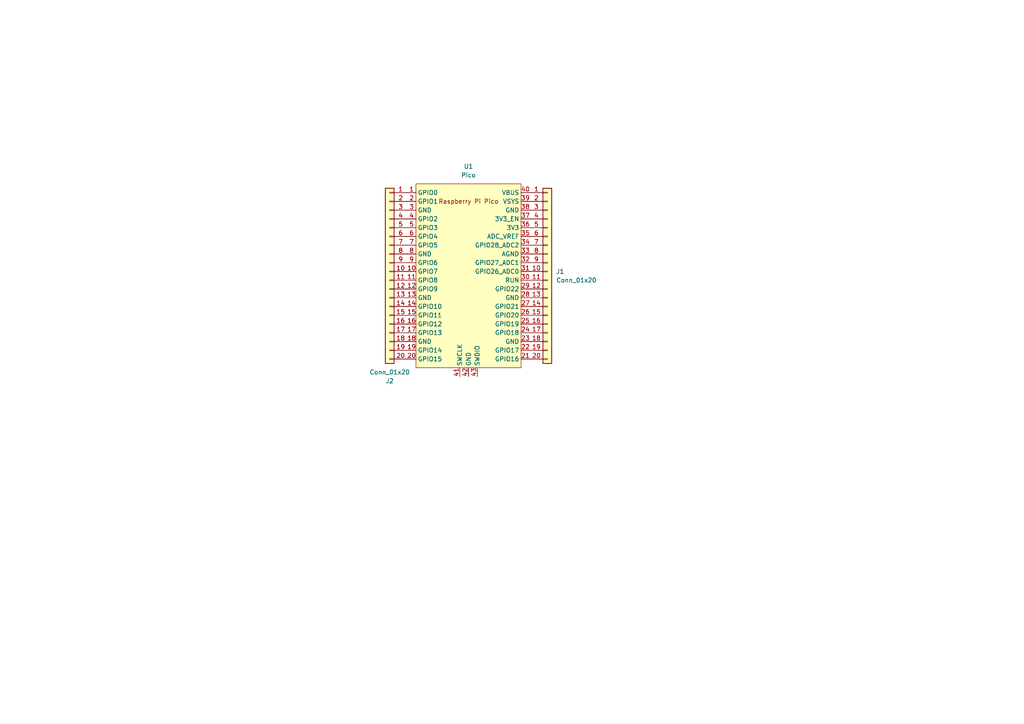
<source format=kicad_sch>
(kicad_sch (version 20230121) (generator eeschema)

  (uuid d425400c-62f1-4bbf-962b-f92b96e86b20)

  (paper "A4")

  (lib_symbols
    (symbol "Connector_Generic:Conn_01x20" (pin_names (offset 1.016) hide) (in_bom yes) (on_board yes)
      (property "Reference" "J" (at 0 25.4 0)
        (effects (font (size 1.27 1.27)))
      )
      (property "Value" "Conn_01x20" (at 0 -27.94 0)
        (effects (font (size 1.27 1.27)))
      )
      (property "Footprint" "" (at 0 0 0)
        (effects (font (size 1.27 1.27)) hide)
      )
      (property "Datasheet" "~" (at 0 0 0)
        (effects (font (size 1.27 1.27)) hide)
      )
      (property "ki_keywords" "connector" (at 0 0 0)
        (effects (font (size 1.27 1.27)) hide)
      )
      (property "ki_description" "Generic connector, single row, 01x20, script generated (kicad-library-utils/schlib/autogen/connector/)" (at 0 0 0)
        (effects (font (size 1.27 1.27)) hide)
      )
      (property "ki_fp_filters" "Connector*:*_1x??_*" (at 0 0 0)
        (effects (font (size 1.27 1.27)) hide)
      )
      (symbol "Conn_01x20_1_1"
        (rectangle (start -1.27 -25.273) (end 0 -25.527)
          (stroke (width 0.1524) (type default))
          (fill (type none))
        )
        (rectangle (start -1.27 -22.733) (end 0 -22.987)
          (stroke (width 0.1524) (type default))
          (fill (type none))
        )
        (rectangle (start -1.27 -20.193) (end 0 -20.447)
          (stroke (width 0.1524) (type default))
          (fill (type none))
        )
        (rectangle (start -1.27 -17.653) (end 0 -17.907)
          (stroke (width 0.1524) (type default))
          (fill (type none))
        )
        (rectangle (start -1.27 -15.113) (end 0 -15.367)
          (stroke (width 0.1524) (type default))
          (fill (type none))
        )
        (rectangle (start -1.27 -12.573) (end 0 -12.827)
          (stroke (width 0.1524) (type default))
          (fill (type none))
        )
        (rectangle (start -1.27 -10.033) (end 0 -10.287)
          (stroke (width 0.1524) (type default))
          (fill (type none))
        )
        (rectangle (start -1.27 -7.493) (end 0 -7.747)
          (stroke (width 0.1524) (type default))
          (fill (type none))
        )
        (rectangle (start -1.27 -4.953) (end 0 -5.207)
          (stroke (width 0.1524) (type default))
          (fill (type none))
        )
        (rectangle (start -1.27 -2.413) (end 0 -2.667)
          (stroke (width 0.1524) (type default))
          (fill (type none))
        )
        (rectangle (start -1.27 0.127) (end 0 -0.127)
          (stroke (width 0.1524) (type default))
          (fill (type none))
        )
        (rectangle (start -1.27 2.667) (end 0 2.413)
          (stroke (width 0.1524) (type default))
          (fill (type none))
        )
        (rectangle (start -1.27 5.207) (end 0 4.953)
          (stroke (width 0.1524) (type default))
          (fill (type none))
        )
        (rectangle (start -1.27 7.747) (end 0 7.493)
          (stroke (width 0.1524) (type default))
          (fill (type none))
        )
        (rectangle (start -1.27 10.287) (end 0 10.033)
          (stroke (width 0.1524) (type default))
          (fill (type none))
        )
        (rectangle (start -1.27 12.827) (end 0 12.573)
          (stroke (width 0.1524) (type default))
          (fill (type none))
        )
        (rectangle (start -1.27 15.367) (end 0 15.113)
          (stroke (width 0.1524) (type default))
          (fill (type none))
        )
        (rectangle (start -1.27 17.907) (end 0 17.653)
          (stroke (width 0.1524) (type default))
          (fill (type none))
        )
        (rectangle (start -1.27 20.447) (end 0 20.193)
          (stroke (width 0.1524) (type default))
          (fill (type none))
        )
        (rectangle (start -1.27 22.987) (end 0 22.733)
          (stroke (width 0.1524) (type default))
          (fill (type none))
        )
        (rectangle (start -1.27 24.13) (end 1.27 -26.67)
          (stroke (width 0.254) (type default))
          (fill (type background))
        )
        (pin passive line (at -5.08 22.86 0) (length 3.81)
          (name "Pin_1" (effects (font (size 1.27 1.27))))
          (number "1" (effects (font (size 1.27 1.27))))
        )
        (pin passive line (at -5.08 0 0) (length 3.81)
          (name "Pin_10" (effects (font (size 1.27 1.27))))
          (number "10" (effects (font (size 1.27 1.27))))
        )
        (pin passive line (at -5.08 -2.54 0) (length 3.81)
          (name "Pin_11" (effects (font (size 1.27 1.27))))
          (number "11" (effects (font (size 1.27 1.27))))
        )
        (pin passive line (at -5.08 -5.08 0) (length 3.81)
          (name "Pin_12" (effects (font (size 1.27 1.27))))
          (number "12" (effects (font (size 1.27 1.27))))
        )
        (pin passive line (at -5.08 -7.62 0) (length 3.81)
          (name "Pin_13" (effects (font (size 1.27 1.27))))
          (number "13" (effects (font (size 1.27 1.27))))
        )
        (pin passive line (at -5.08 -10.16 0) (length 3.81)
          (name "Pin_14" (effects (font (size 1.27 1.27))))
          (number "14" (effects (font (size 1.27 1.27))))
        )
        (pin passive line (at -5.08 -12.7 0) (length 3.81)
          (name "Pin_15" (effects (font (size 1.27 1.27))))
          (number "15" (effects (font (size 1.27 1.27))))
        )
        (pin passive line (at -5.08 -15.24 0) (length 3.81)
          (name "Pin_16" (effects (font (size 1.27 1.27))))
          (number "16" (effects (font (size 1.27 1.27))))
        )
        (pin passive line (at -5.08 -17.78 0) (length 3.81)
          (name "Pin_17" (effects (font (size 1.27 1.27))))
          (number "17" (effects (font (size 1.27 1.27))))
        )
        (pin passive line (at -5.08 -20.32 0) (length 3.81)
          (name "Pin_18" (effects (font (size 1.27 1.27))))
          (number "18" (effects (font (size 1.27 1.27))))
        )
        (pin passive line (at -5.08 -22.86 0) (length 3.81)
          (name "Pin_19" (effects (font (size 1.27 1.27))))
          (number "19" (effects (font (size 1.27 1.27))))
        )
        (pin passive line (at -5.08 20.32 0) (length 3.81)
          (name "Pin_2" (effects (font (size 1.27 1.27))))
          (number "2" (effects (font (size 1.27 1.27))))
        )
        (pin passive line (at -5.08 -25.4 0) (length 3.81)
          (name "Pin_20" (effects (font (size 1.27 1.27))))
          (number "20" (effects (font (size 1.27 1.27))))
        )
        (pin passive line (at -5.08 17.78 0) (length 3.81)
          (name "Pin_3" (effects (font (size 1.27 1.27))))
          (number "3" (effects (font (size 1.27 1.27))))
        )
        (pin passive line (at -5.08 15.24 0) (length 3.81)
          (name "Pin_4" (effects (font (size 1.27 1.27))))
          (number "4" (effects (font (size 1.27 1.27))))
        )
        (pin passive line (at -5.08 12.7 0) (length 3.81)
          (name "Pin_5" (effects (font (size 1.27 1.27))))
          (number "5" (effects (font (size 1.27 1.27))))
        )
        (pin passive line (at -5.08 10.16 0) (length 3.81)
          (name "Pin_6" (effects (font (size 1.27 1.27))))
          (number "6" (effects (font (size 1.27 1.27))))
        )
        (pin passive line (at -5.08 7.62 0) (length 3.81)
          (name "Pin_7" (effects (font (size 1.27 1.27))))
          (number "7" (effects (font (size 1.27 1.27))))
        )
        (pin passive line (at -5.08 5.08 0) (length 3.81)
          (name "Pin_8" (effects (font (size 1.27 1.27))))
          (number "8" (effects (font (size 1.27 1.27))))
        )
        (pin passive line (at -5.08 2.54 0) (length 3.81)
          (name "Pin_9" (effects (font (size 1.27 1.27))))
          (number "9" (effects (font (size 1.27 1.27))))
        )
      )
    )
    (symbol "MCU_RaspberryPi_and_Boards:Pico" (in_bom yes) (on_board yes)
      (property "Reference" "U" (at -13.97 27.94 0)
        (effects (font (size 1.27 1.27)))
      )
      (property "Value" "Pico" (at 0 19.05 0)
        (effects (font (size 1.27 1.27)))
      )
      (property "Footprint" "RPi_Pico:RPi_Pico_SMD_TH" (at 0 0 90)
        (effects (font (size 1.27 1.27)) hide)
      )
      (property "Datasheet" "" (at 0 0 0)
        (effects (font (size 1.27 1.27)) hide)
      )
      (symbol "Pico_0_0"
        (text "Raspberry Pi Pico" (at 0 21.59 0)
          (effects (font (size 1.27 1.27)))
        )
      )
      (symbol "Pico_0_1"
        (rectangle (start -15.24 26.67) (end 15.24 -26.67)
          (stroke (width 0) (type default))
          (fill (type background))
        )
      )
      (symbol "Pico_1_1"
        (pin bidirectional line (at -17.78 24.13 0) (length 2.54)
          (name "GPIO0" (effects (font (size 1.27 1.27))))
          (number "1" (effects (font (size 1.27 1.27))))
        )
        (pin bidirectional line (at -17.78 1.27 0) (length 2.54)
          (name "GPIO7" (effects (font (size 1.27 1.27))))
          (number "10" (effects (font (size 1.27 1.27))))
        )
        (pin bidirectional line (at -17.78 -1.27 0) (length 2.54)
          (name "GPIO8" (effects (font (size 1.27 1.27))))
          (number "11" (effects (font (size 1.27 1.27))))
        )
        (pin bidirectional line (at -17.78 -3.81 0) (length 2.54)
          (name "GPIO9" (effects (font (size 1.27 1.27))))
          (number "12" (effects (font (size 1.27 1.27))))
        )
        (pin power_in line (at -17.78 -6.35 0) (length 2.54)
          (name "GND" (effects (font (size 1.27 1.27))))
          (number "13" (effects (font (size 1.27 1.27))))
        )
        (pin bidirectional line (at -17.78 -8.89 0) (length 2.54)
          (name "GPIO10" (effects (font (size 1.27 1.27))))
          (number "14" (effects (font (size 1.27 1.27))))
        )
        (pin bidirectional line (at -17.78 -11.43 0) (length 2.54)
          (name "GPIO11" (effects (font (size 1.27 1.27))))
          (number "15" (effects (font (size 1.27 1.27))))
        )
        (pin bidirectional line (at -17.78 -13.97 0) (length 2.54)
          (name "GPIO12" (effects (font (size 1.27 1.27))))
          (number "16" (effects (font (size 1.27 1.27))))
        )
        (pin bidirectional line (at -17.78 -16.51 0) (length 2.54)
          (name "GPIO13" (effects (font (size 1.27 1.27))))
          (number "17" (effects (font (size 1.27 1.27))))
        )
        (pin power_in line (at -17.78 -19.05 0) (length 2.54)
          (name "GND" (effects (font (size 1.27 1.27))))
          (number "18" (effects (font (size 1.27 1.27))))
        )
        (pin bidirectional line (at -17.78 -21.59 0) (length 2.54)
          (name "GPIO14" (effects (font (size 1.27 1.27))))
          (number "19" (effects (font (size 1.27 1.27))))
        )
        (pin bidirectional line (at -17.78 21.59 0) (length 2.54)
          (name "GPIO1" (effects (font (size 1.27 1.27))))
          (number "2" (effects (font (size 1.27 1.27))))
        )
        (pin bidirectional line (at -17.78 -24.13 0) (length 2.54)
          (name "GPIO15" (effects (font (size 1.27 1.27))))
          (number "20" (effects (font (size 1.27 1.27))))
        )
        (pin bidirectional line (at 17.78 -24.13 180) (length 2.54)
          (name "GPIO16" (effects (font (size 1.27 1.27))))
          (number "21" (effects (font (size 1.27 1.27))))
        )
        (pin bidirectional line (at 17.78 -21.59 180) (length 2.54)
          (name "GPIO17" (effects (font (size 1.27 1.27))))
          (number "22" (effects (font (size 1.27 1.27))))
        )
        (pin power_in line (at 17.78 -19.05 180) (length 2.54)
          (name "GND" (effects (font (size 1.27 1.27))))
          (number "23" (effects (font (size 1.27 1.27))))
        )
        (pin bidirectional line (at 17.78 -16.51 180) (length 2.54)
          (name "GPIO18" (effects (font (size 1.27 1.27))))
          (number "24" (effects (font (size 1.27 1.27))))
        )
        (pin bidirectional line (at 17.78 -13.97 180) (length 2.54)
          (name "GPIO19" (effects (font (size 1.27 1.27))))
          (number "25" (effects (font (size 1.27 1.27))))
        )
        (pin bidirectional line (at 17.78 -11.43 180) (length 2.54)
          (name "GPIO20" (effects (font (size 1.27 1.27))))
          (number "26" (effects (font (size 1.27 1.27))))
        )
        (pin bidirectional line (at 17.78 -8.89 180) (length 2.54)
          (name "GPIO21" (effects (font (size 1.27 1.27))))
          (number "27" (effects (font (size 1.27 1.27))))
        )
        (pin power_in line (at 17.78 -6.35 180) (length 2.54)
          (name "GND" (effects (font (size 1.27 1.27))))
          (number "28" (effects (font (size 1.27 1.27))))
        )
        (pin bidirectional line (at 17.78 -3.81 180) (length 2.54)
          (name "GPIO22" (effects (font (size 1.27 1.27))))
          (number "29" (effects (font (size 1.27 1.27))))
        )
        (pin power_in line (at -17.78 19.05 0) (length 2.54)
          (name "GND" (effects (font (size 1.27 1.27))))
          (number "3" (effects (font (size 1.27 1.27))))
        )
        (pin input line (at 17.78 -1.27 180) (length 2.54)
          (name "RUN" (effects (font (size 1.27 1.27))))
          (number "30" (effects (font (size 1.27 1.27))))
        )
        (pin bidirectional line (at 17.78 1.27 180) (length 2.54)
          (name "GPIO26_ADC0" (effects (font (size 1.27 1.27))))
          (number "31" (effects (font (size 1.27 1.27))))
        )
        (pin bidirectional line (at 17.78 3.81 180) (length 2.54)
          (name "GPIO27_ADC1" (effects (font (size 1.27 1.27))))
          (number "32" (effects (font (size 1.27 1.27))))
        )
        (pin power_in line (at 17.78 6.35 180) (length 2.54)
          (name "AGND" (effects (font (size 1.27 1.27))))
          (number "33" (effects (font (size 1.27 1.27))))
        )
        (pin bidirectional line (at 17.78 8.89 180) (length 2.54)
          (name "GPIO28_ADC2" (effects (font (size 1.27 1.27))))
          (number "34" (effects (font (size 1.27 1.27))))
        )
        (pin power_in line (at 17.78 11.43 180) (length 2.54)
          (name "ADC_VREF" (effects (font (size 1.27 1.27))))
          (number "35" (effects (font (size 1.27 1.27))))
        )
        (pin power_in line (at 17.78 13.97 180) (length 2.54)
          (name "3V3" (effects (font (size 1.27 1.27))))
          (number "36" (effects (font (size 1.27 1.27))))
        )
        (pin input line (at 17.78 16.51 180) (length 2.54)
          (name "3V3_EN" (effects (font (size 1.27 1.27))))
          (number "37" (effects (font (size 1.27 1.27))))
        )
        (pin bidirectional line (at 17.78 19.05 180) (length 2.54)
          (name "GND" (effects (font (size 1.27 1.27))))
          (number "38" (effects (font (size 1.27 1.27))))
        )
        (pin power_in line (at 17.78 21.59 180) (length 2.54)
          (name "VSYS" (effects (font (size 1.27 1.27))))
          (number "39" (effects (font (size 1.27 1.27))))
        )
        (pin bidirectional line (at -17.78 16.51 0) (length 2.54)
          (name "GPIO2" (effects (font (size 1.27 1.27))))
          (number "4" (effects (font (size 1.27 1.27))))
        )
        (pin power_in line (at 17.78 24.13 180) (length 2.54)
          (name "VBUS" (effects (font (size 1.27 1.27))))
          (number "40" (effects (font (size 1.27 1.27))))
        )
        (pin input line (at -2.54 -29.21 90) (length 2.54)
          (name "SWCLK" (effects (font (size 1.27 1.27))))
          (number "41" (effects (font (size 1.27 1.27))))
        )
        (pin power_in line (at 0 -29.21 90) (length 2.54)
          (name "GND" (effects (font (size 1.27 1.27))))
          (number "42" (effects (font (size 1.27 1.27))))
        )
        (pin bidirectional line (at 2.54 -29.21 90) (length 2.54)
          (name "SWDIO" (effects (font (size 1.27 1.27))))
          (number "43" (effects (font (size 1.27 1.27))))
        )
        (pin bidirectional line (at -17.78 13.97 0) (length 2.54)
          (name "GPIO3" (effects (font (size 1.27 1.27))))
          (number "5" (effects (font (size 1.27 1.27))))
        )
        (pin bidirectional line (at -17.78 11.43 0) (length 2.54)
          (name "GPIO4" (effects (font (size 1.27 1.27))))
          (number "6" (effects (font (size 1.27 1.27))))
        )
        (pin bidirectional line (at -17.78 8.89 0) (length 2.54)
          (name "GPIO5" (effects (font (size 1.27 1.27))))
          (number "7" (effects (font (size 1.27 1.27))))
        )
        (pin power_in line (at -17.78 6.35 0) (length 2.54)
          (name "GND" (effects (font (size 1.27 1.27))))
          (number "8" (effects (font (size 1.27 1.27))))
        )
        (pin bidirectional line (at -17.78 3.81 0) (length 2.54)
          (name "GPIO6" (effects (font (size 1.27 1.27))))
          (number "9" (effects (font (size 1.27 1.27))))
        )
      )
    )
  )


  (symbol (lib_id "MCU_RaspberryPi_and_Boards:Pico") (at 135.89 80.01 0) (unit 1)
    (in_bom yes) (on_board yes) (dnp no) (fields_autoplaced)
    (uuid 290ac551-58cb-485c-b94f-9228a0989849)
    (property "Reference" "U1" (at 135.89 48.26 0)
      (effects (font (size 1.27 1.27)))
    )
    (property "Value" "Pico" (at 135.89 50.8 0)
      (effects (font (size 1.27 1.27)))
    )
    (property "Footprint" "RPi_Pico:RPi_Pico_SMD_TH" (at 135.89 80.01 90)
      (effects (font (size 1.27 1.27)) hide)
    )
    (property "Datasheet" "" (at 135.89 80.01 0)
      (effects (font (size 1.27 1.27)) hide)
    )
    (pin "1" (uuid 7906c32c-0625-4668-9544-f59583f0f974))
    (pin "10" (uuid 1fbfb4e2-b8e4-46ab-87a0-678c1971626b))
    (pin "11" (uuid 310e76f9-08cd-4b87-81b9-380e7b76e955))
    (pin "12" (uuid 11e49cda-523a-4fe6-b370-cc397b4fb236))
    (pin "13" (uuid 6fd6c2a7-fe04-4328-9cb8-c908f59cb9c9))
    (pin "14" (uuid 0e594663-ca17-4a99-b909-99ff91442ac6))
    (pin "15" (uuid 855b7f95-1f5d-48ed-bb88-d3990f15e91f))
    (pin "16" (uuid 8e503031-5dfa-46f2-b316-69c1a207eb75))
    (pin "17" (uuid ca500134-7776-4377-afa6-14802355f240))
    (pin "18" (uuid 58f418c1-3b5d-407c-9735-4aba86c22c2b))
    (pin "19" (uuid 60ec2912-af6c-40b0-b932-a303edd75b1b))
    (pin "2" (uuid 921010f4-80ad-4728-913c-2dc9b95b1bea))
    (pin "20" (uuid fa60a217-16fe-4af6-8137-9ad969a4c382))
    (pin "21" (uuid 9a4e88d7-e73c-4c16-bb26-05827e0d2a03))
    (pin "22" (uuid e810e982-b5b9-4856-afa4-8050db6f90dc))
    (pin "23" (uuid 9a99d08e-5ee6-468c-8cb5-6d25e7ccb086))
    (pin "24" (uuid e34d0a52-a06d-4620-9a12-a11452cdcb3e))
    (pin "25" (uuid a2173247-19b3-42a4-904e-ec171e29c1da))
    (pin "26" (uuid 4b994809-4712-4b76-86ab-c1a89d04b996))
    (pin "27" (uuid 404a1b1d-d3b8-49be-9c3d-c43c76ac1523))
    (pin "28" (uuid 569829e6-af9d-42a8-ad61-449a8aa428d7))
    (pin "29" (uuid 17df27bc-2399-481f-9dc1-35a4d8589293))
    (pin "3" (uuid c8f75ea9-210c-4336-9059-0da8bf1158f8))
    (pin "30" (uuid dd1402af-b415-4fa4-bd1e-ec73ca22502c))
    (pin "31" (uuid dcec4a72-4a61-47e7-9070-824d9fab8d77))
    (pin "32" (uuid 5fc39ec0-c9a4-4306-b113-996cc0d36f8d))
    (pin "33" (uuid 8f473f4b-8fc6-4eb7-8e95-10a07ac84f56))
    (pin "34" (uuid 84fe7704-7c27-4d45-a678-d252166a149c))
    (pin "35" (uuid a2032733-b6e0-423d-b7c5-2a822f21549f))
    (pin "36" (uuid 2c62957e-e98e-46a1-979a-f6f11a402c88))
    (pin "37" (uuid c96e4860-3cd5-4214-8224-39c9de83ebcf))
    (pin "38" (uuid 3ab4371a-3524-487b-bebc-557114a2e295))
    (pin "39" (uuid 04cdd097-e2f1-4cc0-ac5a-0d58a7e89d0e))
    (pin "4" (uuid 5618f365-7a77-43d8-903d-5294402604a8))
    (pin "40" (uuid e38c388f-04d7-48e6-9f24-f792805aeaef))
    (pin "41" (uuid 74e9fadf-1118-4c39-ba60-bc43ec501fbf))
    (pin "42" (uuid 275da3c8-7b7d-4ae9-80d1-26c5b379129e))
    (pin "43" (uuid e320b12b-0079-41f2-9191-affeb739a01c))
    (pin "5" (uuid 72133c80-33a2-4803-9c4b-94dba00b9cf5))
    (pin "6" (uuid 95d4562f-63a9-418f-8639-002ecd91e1ce))
    (pin "7" (uuid fd5a3d06-4e61-4ff0-8ba5-c62db9e877ac))
    (pin "8" (uuid 60b2fbcf-4fd8-4bce-a38c-2ff2c3fc39d4))
    (pin "9" (uuid 7dfc67e5-1b4e-4b3a-b837-5d2458f5d55e))
    (instances
      (project "placa"
        (path "/d425400c-62f1-4bbf-962b-f92b96e86b20"
          (reference "U1") (unit 1)
        )
      )
    )
  )

  (symbol (lib_id "Connector_Generic:Conn_01x20") (at 113.03 78.74 0) (mirror y) (unit 1)
    (in_bom yes) (on_board yes) (dnp no)
    (uuid 4786ec0b-17ec-4204-897b-4d5bd46a035f)
    (property "Reference" "J2" (at 113.03 110.49 0)
      (effects (font (size 1.27 1.27)))
    )
    (property "Value" "Conn_01x20" (at 113.03 107.95 0)
      (effects (font (size 1.27 1.27)))
    )
    (property "Footprint" "Connector_PinHeader_2.54mm:PinHeader_1x20_P2.54mm_Vertical" (at 113.03 78.74 0)
      (effects (font (size 1.27 1.27)) hide)
    )
    (property "Datasheet" "~" (at 113.03 78.74 0)
      (effects (font (size 1.27 1.27)) hide)
    )
    (pin "1" (uuid 2b78167e-1d8c-4476-b2ba-60f92555c2ed))
    (pin "10" (uuid 7732050e-ab1a-47f4-9e8a-14b7f3a269f7))
    (pin "11" (uuid a82db899-046b-4a06-b68f-ad5679302929))
    (pin "12" (uuid 964c5585-9630-4019-a82c-43ee3cf573ea))
    (pin "13" (uuid ac12ef0a-fbb4-49a0-97f8-f5beb6f0e9b2))
    (pin "14" (uuid 49f5e077-8c5f-4833-9309-f98015ceaf9f))
    (pin "15" (uuid 1da8b56a-f9ef-493e-a0d6-18a11aa77e26))
    (pin "16" (uuid 4a2586c9-ef6d-4bc3-a839-d5b4aec9565f))
    (pin "17" (uuid 4bbe12df-771e-41ef-81ec-e0086c7b5817))
    (pin "18" (uuid 714ac4be-980e-46da-bd61-00935c84827c))
    (pin "19" (uuid 1add45cd-9281-4371-944c-d7ad16649a47))
    (pin "2" (uuid f6f10945-17ab-4131-b4e4-0241e6651335))
    (pin "20" (uuid 2b6ce29d-1371-42a0-9593-f016dd964146))
    (pin "3" (uuid a4a794e5-7378-471d-8813-166abb5ffa25))
    (pin "4" (uuid c3fd3579-3c2e-4a5a-9aed-caa17cba62a6))
    (pin "5" (uuid 7b3482bf-8922-4013-a063-2e3035258486))
    (pin "6" (uuid 0011fc28-77a9-45c6-a534-3b731636807c))
    (pin "7" (uuid 65c04828-4d46-4304-a2b8-61f007c50734))
    (pin "8" (uuid c31d56d8-baad-4f27-aff1-ed632e3583e1))
    (pin "9" (uuid 5abcb2fd-daf5-4389-b14a-4c877451c660))
    (instances
      (project "placa"
        (path "/d425400c-62f1-4bbf-962b-f92b96e86b20"
          (reference "J2") (unit 1)
        )
      )
    )
  )

  (symbol (lib_id "Connector_Generic:Conn_01x20") (at 158.75 78.74 0) (unit 1)
    (in_bom yes) (on_board yes) (dnp no) (fields_autoplaced)
    (uuid e8c1eea0-82a9-4163-8e28-194f25e1dc8f)
    (property "Reference" "J1" (at 161.29 78.74 0)
      (effects (font (size 1.27 1.27)) (justify left))
    )
    (property "Value" "Conn_01x20" (at 161.29 81.28 0)
      (effects (font (size 1.27 1.27)) (justify left))
    )
    (property "Footprint" "Connector_PinHeader_2.54mm:PinHeader_1x20_P2.54mm_Vertical" (at 158.75 78.74 0)
      (effects (font (size 1.27 1.27)) hide)
    )
    (property "Datasheet" "~" (at 158.75 78.74 0)
      (effects (font (size 1.27 1.27)) hide)
    )
    (pin "1" (uuid 05212d30-4d26-4da0-9f20-6351ab47bc54))
    (pin "10" (uuid 20d9cde7-2ab8-444e-a304-669a86aaaeab))
    (pin "11" (uuid c454e03e-8a21-4d91-a4c3-87d53bd02da9))
    (pin "12" (uuid 96ba4f9e-bf0f-434c-b53c-c9dbe91082a2))
    (pin "13" (uuid 9dbd3164-296d-49e1-9600-31e650227701))
    (pin "14" (uuid ef25003d-b352-4244-a07e-a8b66ae5b16f))
    (pin "15" (uuid e5ef5e2d-e6df-4979-89a9-14829c8756b0))
    (pin "16" (uuid 1e9f3769-046e-493b-96ea-98259dde5725))
    (pin "17" (uuid 27d76262-f0a3-464f-95df-22704c463578))
    (pin "18" (uuid 7e6fb9c6-22e0-4424-8263-437338a28b2e))
    (pin "19" (uuid 3670575f-4cc0-4c7d-8dc4-3e37ccfd4b33))
    (pin "2" (uuid cc74d52c-b193-456e-8d6a-d5345b2e597c))
    (pin "20" (uuid 3a3aace9-2a83-40df-8852-582a9d83f74f))
    (pin "3" (uuid aac1c750-df20-49d1-8ef5-0f8c9ff17732))
    (pin "4" (uuid 47e27b8b-6a4e-445c-b141-3a12deef97c3))
    (pin "5" (uuid 45fe9ecd-cb1d-4077-82be-e1828cc383f6))
    (pin "6" (uuid 14b018c7-7888-4baa-9c4b-9e21aa109f05))
    (pin "7" (uuid a561f359-675e-4a42-9d0b-137e2f169c71))
    (pin "8" (uuid 767c0864-f398-41cc-9a0c-222ac7be8646))
    (pin "9" (uuid 2f776770-a2e2-4bf4-ab5b-780743d178b0))
    (instances
      (project "placa"
        (path "/d425400c-62f1-4bbf-962b-f92b96e86b20"
          (reference "J1") (unit 1)
        )
      )
    )
  )

  (sheet_instances
    (path "/" (page "1"))
  )
)

</source>
